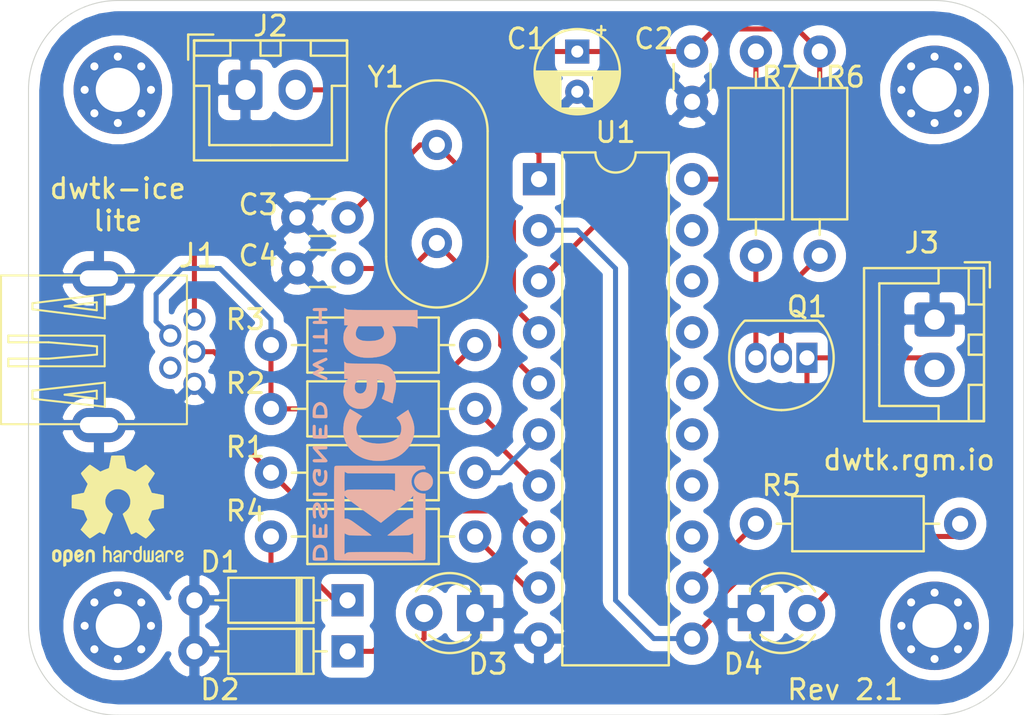
<source format=kicad_pcb>
(kicad_pcb (version 20171130) (host pcbnew 5.1.6)
  (title_block (title dwtk-ice-lite) (date 2020-10-10) (rev 2.1) (company dwtk.rgm.io) (comment 4 "Designed by: Rafael G. Martins"))
  (layers (0 F.Cu signal) (31 B.Cu signal) (35 F.Paste user) (36 B.SilkS user) (37 F.SilkS user) (38 B.Mask user) (39 F.Mask user) (44 Edge.Cuts user))
  (net 0 "")
  (net 1 "Net-(C1-Pad1)")
  (net 2 GND)
  (net 3 "Net-(C3-Pad1)")
  (net 4 "Net-(C4-Pad1)")
  (net 5 "Net-(D1-Pad1)")
  (net 6 "Net-(D2-Pad1)")
  (net 7 "Net-(D3-Pad2)")
  (net 8 "Net-(D4-Pad2)")
  (net 9 "Net-(J2-Pad2)")
  (net 10 "Net-(J3-Pad2)")
  (net 11 "Net-(Q1-Pad2)")
  (net 12 "Net-(Q1-Pad3)")
  (net 13 "Net-(R1-Pad2)")
  (net 14 "Net-(R2-Pad2)")
  (net 15 "Net-(R3-Pad2)")
  (net 16 "Net-(R4-Pad1)")
  (net 17 "Net-(R5-Pad1)")
  (net 18 "Net-(R7-Pad2)")
  (net 19 "Net-(U1-Pad13)")
  (net 20 "Net-(U1-Pad14)")
  (net 21 "Net-(U1-Pad15)")
  (net 22 "Net-(U1-Pad16)")
  (net 23 "Net-(U1-Pad17)")
  (net 24 "Net-(U1-Pad18)")
  (net 25 "Net-(U1-Pad19)")
  (net 26 "Net-(J1-Pad4)")
  (module Symbol:KiCad-Logo2_5mm_SilkScreen (layer B.Cu) (at 177.165 42.545 90)
    (fp_text reference REF** hide)
    (fp_text value KiCad-Logo2_5mm_SilkScreen hide)
  )
  (module Resistor_THT:R_Axial_DIN0207_L6.3mm_D2.5mm_P10.16mm_Horizontal (layer F.Cu) (at 182.245 47.625 180)
    (fp_text reference R4 (at 11.43 1.27) (layer F.SilkS))
    (fp_text value 1k5)
    (pad 2 thru_hole oval (at 10.16 0 180) (size 1.6 1.6) (drill 0.8) (layers *.Cu *.Mask) (net 7 "Net-(D3-Pad2)"))
    (pad 1 thru_hole circle (at 0 0 180) (size 1.6 1.6) (drill 0.8) (layers *.Cu *.Mask) (net 16 "Net-(R4-Pad1)"))
  )
  (module custom-footprints:RND_205-00862 (layer F.Cu) (at 168.275 36.83 270)
    (fp_text reference J1 (at -3.175 -1.27) (layer F.SilkS) (effects (font (size 1.143 1.143) (thickness 0.152)) (justify right)))
    (fp_text value "USB B Mini Female" hide)
    (pad 6 thru_hole oval (at 5.25 4.75 180) (size 2.7 1.7) (drill oval 1.9 0.8) (layers *.Cu *.Mask) (net 2 GND))
    (pad 6 thru_hole oval (at -2.05 4.75 180) (size 2.7 1.7) (drill oval 1.9 0.8) (layers *.Cu *.Mask) (net 2 GND))
    (pad 5 thru_hole circle (at 3.2 0 180) (size 1.1 1.1) (drill 0.7) (layers *.Cu *.Mask) (net 2 GND))
    (pad 4 thru_hole circle (at 2.4 1.2 180) (size 1.1 1.1) (drill 0.7) (layers *.Cu *.Mask) (net 26 "Net-(J1-Pad4)"))
    (pad 3 thru_hole circle (at 1.6 0 180) (size 1.1 1.1) (drill 0.7) (layers *.Cu *.Mask) (net 5 "Net-(D1-Pad1)"))
    (pad 2 thru_hole circle (at 0.8 1.2 180) (size 1.1 1.1) (drill 0.7) (layers *.Cu *.Mask) (net 6 "Net-(D2-Pad1)"))
    (pad 1 thru_hole circle (at 0 0 180) (size 1.1 1.1) (drill 0.7) (layers *.Cu *.Mask) (net 1 "Net-(C1-Pad1)"))
  )
  (module Symbol:OSHW-Logo2_7.3x6mm_SilkScreen (layer F.Cu) (at 164.465 46.355)
    (fp_text reference REF** hide)
    (fp_text value OSHW-Logo2_7.3x6mm_SilkScreen hide)
  )
  (module MountingHole:MountingHole_2.2mm_M2_Pad_Via (layer F.Cu) (at 205.105 25.4)
    (fp_text reference REF** hide)
    (fp_text value MountingHole_2.2mm_M2_Pad_Via)
    (pad 1 thru_hole circle (at 0 0) (size 4.4 4.4) (drill 2.2) (layers *.Cu *.Mask))
    (pad 1 thru_hole circle (at 1.65 0) (size 0.7 0.7) (drill 0.4) (layers *.Cu *.Mask))
    (pad 1 thru_hole circle (at 1.166726 1.166726) (size 0.7 0.7) (drill 0.4) (layers *.Cu *.Mask))
    (pad 1 thru_hole circle (at 0 1.65) (size 0.7 0.7) (drill 0.4) (layers *.Cu *.Mask))
    (pad 1 thru_hole circle (at -1.166726 1.166726) (size 0.7 0.7) (drill 0.4) (layers *.Cu *.Mask))
    (pad 1 thru_hole circle (at -1.65 0) (size 0.7 0.7) (drill 0.4) (layers *.Cu *.Mask))
    (pad 1 thru_hole circle (at -1.166726 -1.166726) (size 0.7 0.7) (drill 0.4) (layers *.Cu *.Mask))
    (pad 1 thru_hole circle (at 0 -1.65) (size 0.7 0.7) (drill 0.4) (layers *.Cu *.Mask))
    (pad 1 thru_hole circle (at 1.166726 -1.166726) (size 0.7 0.7) (drill 0.4) (layers *.Cu *.Mask))
  )
  (module MountingHole:MountingHole_2.2mm_M2_Pad_Via (layer F.Cu) (at 205.105 52.07)
    (fp_text reference REF** hide)
    (fp_text value MountingHole_2.2mm_M2_Pad_Via)
    (pad 1 thru_hole circle (at 1.166726 -1.166726) (size 0.7 0.7) (drill 0.4) (layers *.Cu *.Mask))
    (pad 1 thru_hole circle (at 0 -1.65) (size 0.7 0.7) (drill 0.4) (layers *.Cu *.Mask))
    (pad 1 thru_hole circle (at -1.166726 -1.166726) (size 0.7 0.7) (drill 0.4) (layers *.Cu *.Mask))
    (pad 1 thru_hole circle (at -1.65 0) (size 0.7 0.7) (drill 0.4) (layers *.Cu *.Mask))
    (pad 1 thru_hole circle (at -1.166726 1.166726) (size 0.7 0.7) (drill 0.4) (layers *.Cu *.Mask))
    (pad 1 thru_hole circle (at 0 1.65) (size 0.7 0.7) (drill 0.4) (layers *.Cu *.Mask))
    (pad 1 thru_hole circle (at 1.166726 1.166726) (size 0.7 0.7) (drill 0.4) (layers *.Cu *.Mask))
    (pad 1 thru_hole circle (at 1.65 0) (size 0.7 0.7) (drill 0.4) (layers *.Cu *.Mask))
    (pad 1 thru_hole circle (at 0 0) (size 4.4 4.4) (drill 2.2) (layers *.Cu *.Mask))
  )
  (module MountingHole:MountingHole_2.2mm_M2_Pad_Via (layer F.Cu) (at 164.465 52.07)
    (fp_text reference REF** hide)
    (fp_text value MountingHole_2.2mm_M2_Pad_Via)
    (pad 1 thru_hole circle (at 0 0) (size 4.4 4.4) (drill 2.2) (layers *.Cu *.Mask))
    (pad 1 thru_hole circle (at 1.65 0) (size 0.7 0.7) (drill 0.4) (layers *.Cu *.Mask))
    (pad 1 thru_hole circle (at 1.166726 1.166726) (size 0.7 0.7) (drill 0.4) (layers *.Cu *.Mask))
    (pad 1 thru_hole circle (at 0 1.65) (size 0.7 0.7) (drill 0.4) (layers *.Cu *.Mask))
    (pad 1 thru_hole circle (at -1.166726 1.166726) (size 0.7 0.7) (drill 0.4) (layers *.Cu *.Mask))
    (pad 1 thru_hole circle (at -1.65 0) (size 0.7 0.7) (drill 0.4) (layers *.Cu *.Mask))
    (pad 1 thru_hole circle (at -1.166726 -1.166726) (size 0.7 0.7) (drill 0.4) (layers *.Cu *.Mask))
    (pad 1 thru_hole circle (at 0 -1.65) (size 0.7 0.7) (drill 0.4) (layers *.Cu *.Mask))
    (pad 1 thru_hole circle (at 1.166726 -1.166726) (size 0.7 0.7) (drill 0.4) (layers *.Cu *.Mask))
  )
  (module MountingHole:MountingHole_2.2mm_M2_Pad_Via (layer F.Cu) (at 164.465 25.4)
    (fp_text reference REF** hide)
    (fp_text value MountingHole_2.2mm_M2_Pad_Via)
    (pad 1 thru_hole circle (at 1.166726 -1.166726) (size 0.7 0.7) (drill 0.4) (layers *.Cu *.Mask))
    (pad 1 thru_hole circle (at 0 -1.65) (size 0.7 0.7) (drill 0.4) (layers *.Cu *.Mask))
    (pad 1 thru_hole circle (at -1.166726 -1.166726) (size 0.7 0.7) (drill 0.4) (layers *.Cu *.Mask))
    (pad 1 thru_hole circle (at -1.65 0) (size 0.7 0.7) (drill 0.4) (layers *.Cu *.Mask))
    (pad 1 thru_hole circle (at -1.166726 1.166726) (size 0.7 0.7) (drill 0.4) (layers *.Cu *.Mask))
    (pad 1 thru_hole circle (at 0 1.65) (size 0.7 0.7) (drill 0.4) (layers *.Cu *.Mask))
    (pad 1 thru_hole circle (at 1.166726 1.166726) (size 0.7 0.7) (drill 0.4) (layers *.Cu *.Mask))
    (pad 1 thru_hole circle (at 1.65 0) (size 0.7 0.7) (drill 0.4) (layers *.Cu *.Mask))
    (pad 1 thru_hole circle (at 0 0) (size 4.4 4.4) (drill 2.2) (layers *.Cu *.Mask))
  )
  (module Resistor_THT:R_Axial_DIN0207_L6.3mm_D2.5mm_P10.16mm_Horizontal (layer F.Cu) (at 172.085 41.275)
    (fp_text reference R2 (at -1.27 -1.27) (layer F.SilkS))
    (fp_text value 68)
    (pad 2 thru_hole oval (at 10.16 0) (size 1.6 1.6) (drill 0.8) (layers *.Cu *.Mask) (net 14 "Net-(R2-Pad2)"))
    (pad 1 thru_hole circle (at 0 0) (size 1.6 1.6) (drill 0.8) (layers *.Cu *.Mask) (net 6 "Net-(D2-Pad1)"))
  )
  (module Capacitor_THT:CP_Radial_D4.0mm_P2.00mm (layer F.Cu) (at 187.325 23.495 270)
    (fp_text reference C1 (at -0.635 2.54 180) (layer F.SilkS))
    (fp_text value 10u/35V)
    (pad 1 thru_hole rect (at 0 0 270) (size 1.2 1.2) (drill 0.6) (layers *.Cu *.Mask) (net 1 "Net-(C1-Pad1)"))
    (pad 2 thru_hole circle (at 2 0 270) (size 1.2 1.2) (drill 0.6) (layers *.Cu *.Mask) (net 2 GND))
  )
  (module Capacitor_THT:C_Disc_D3.0mm_W1.6mm_P2.50mm (layer F.Cu) (at 193.04 23.495 270)
    (fp_text reference C2 (at -0.635 1.905 180) (layer F.SilkS))
    (fp_text value 100n)
    (pad 1 thru_hole circle (at 0 0 270) (size 1.6 1.6) (drill 0.8) (layers *.Cu *.Mask) (net 1 "Net-(C1-Pad1)"))
    (pad 2 thru_hole circle (at 2.5 0 270) (size 1.6 1.6) (drill 0.8) (layers *.Cu *.Mask) (net 2 GND))
  )
  (module Capacitor_THT:C_Disc_D3.0mm_W1.6mm_P2.50mm (layer F.Cu) (at 175.895 31.75 180)
    (fp_text reference C3 (at 4.445 0.635) (layer F.SilkS))
    (fp_text value 22p)
    (pad 2 thru_hole circle (at 2.5 0 180) (size 1.6 1.6) (drill 0.8) (layers *.Cu *.Mask) (net 2 GND))
    (pad 1 thru_hole circle (at 0 0 180) (size 1.6 1.6) (drill 0.8) (layers *.Cu *.Mask) (net 3 "Net-(C3-Pad1)"))
  )
  (module Capacitor_THT:C_Disc_D3.0mm_W1.6mm_P2.50mm (layer F.Cu) (at 175.895 34.29 180)
    (fp_text reference C4 (at 4.445 0.635) (layer F.SilkS))
    (fp_text value 22p)
    (pad 1 thru_hole circle (at 0 0 180) (size 1.6 1.6) (drill 0.8) (layers *.Cu *.Mask) (net 4 "Net-(C4-Pad1)"))
    (pad 2 thru_hole circle (at 2.5 0 180) (size 1.6 1.6) (drill 0.8) (layers *.Cu *.Mask) (net 2 GND))
  )
  (module Diode_THT:D_DO-35_SOD27_P7.62mm_Horizontal (layer F.Cu) (at 175.895 50.8 180)
    (fp_text reference D1 (at 6.35 1.905) (layer F.SilkS))
    (fp_text value 3,6)
    (pad 2 thru_hole oval (at 7.62 0 180) (size 1.6 1.6) (drill 0.8) (layers *.Cu *.Mask) (net 2 GND))
    (pad 1 thru_hole rect (at 0 0 180) (size 1.6 1.6) (drill 0.8) (layers *.Cu *.Mask) (net 5 "Net-(D1-Pad1)"))
  )
  (module Diode_THT:D_DO-35_SOD27_P7.62mm_Horizontal (layer F.Cu) (at 175.895 53.34 180)
    (fp_text reference D2 (at 6.35 -1.905) (layer F.SilkS))
    (fp_text value 3,6)
    (pad 1 thru_hole rect (at 0 0 180) (size 1.6 1.6) (drill 0.8) (layers *.Cu *.Mask) (net 6 "Net-(D2-Pad1)"))
    (pad 2 thru_hole oval (at 7.62 0 180) (size 1.6 1.6) (drill 0.8) (layers *.Cu *.Mask) (net 2 GND))
  )
  (module LED_THT:LED_D3.0mm (layer F.Cu) (at 182.245 51.435 180)
    (fp_text reference D3 (at -0.635 -2.54) (layer F.SilkS))
    (fp_text value Red)
    (pad 2 thru_hole circle (at 2.54 0 180) (size 1.8 1.8) (drill 0.9) (layers *.Cu *.Mask) (net 7 "Net-(D3-Pad2)"))
    (pad 1 thru_hole rect (at 0 0 180) (size 1.8 1.8) (drill 0.9) (layers *.Cu *.Mask) (net 2 GND))
  )
  (module LED_THT:LED_D3.0mm (layer F.Cu) (at 196.215 51.435)
    (fp_text reference D4 (at -0.635 2.54) (layer F.SilkS))
    (fp_text value Green)
    (pad 1 thru_hole rect (at 0 0) (size 1.8 1.8) (drill 0.9) (layers *.Cu *.Mask) (net 2 GND))
    (pad 2 thru_hole circle (at 2.54 0) (size 1.8 1.8) (drill 0.9) (layers *.Cu *.Mask) (net 8 "Net-(D4-Pad2)"))
  )
  (module Connector_JST:JST_XH_B2B-XH-A_1x02_P2.50mm_Vertical (layer F.Cu) (at 170.815 25.4)
    (fp_text reference J2 (at 1.25 -3.175) (layer F.SilkS))
    (fp_text value "JST XH2P Female")
    (pad 1 thru_hole roundrect (at 0 0) (size 1.7 2) (drill 1) (layers *.Cu *.Mask) (roundrect_rratio 0.147059) (net 2 GND))
    (pad 2 thru_hole oval (at 2.5 0) (size 1.7 2) (drill 1) (layers *.Cu *.Mask) (net 9 "Net-(J2-Pad2)"))
  )
  (module Connector_JST:JST_XH_B2B-XH-A_1x02_P2.50mm_Vertical (layer F.Cu) (at 205.105 36.83 270)
    (fp_text reference J3 (at -3.81 0.635 180) (layer F.SilkS))
    (fp_text value "JST XH2P Female")
    (pad 2 thru_hole oval (at 2.5 0 270) (size 1.7 2) (drill 1) (layers *.Cu *.Mask) (net 10 "Net-(J3-Pad2)"))
    (pad 1 thru_hole roundrect (at 0 0 270) (size 1.7 2) (drill 1) (layers *.Cu *.Mask) (roundrect_rratio 0.147059) (net 2 GND))
  )
  (module Package_TO_SOT_THT:TO-92_Inline (layer F.Cu) (at 198.755 38.735 180)
    (fp_text reference Q1 (at 0 2.54) (layer F.SilkS))
    (fp_text value BC548)
    (pad 2 thru_hole oval (at 1.27 0 180) (size 1.05 1.5) (drill 0.75) (layers *.Cu *.Mask) (net 11 "Net-(Q1-Pad2)"))
    (pad 3 thru_hole oval (at 2.54 0 180) (size 1.05 1.5) (drill 0.75) (layers *.Cu *.Mask) (net 12 "Net-(Q1-Pad3)"))
    (pad 1 thru_hole rect (at 0 0 180) (size 1.05 1.5) (drill 0.75) (layers *.Cu *.Mask) (net 10 "Net-(J3-Pad2)"))
  )
  (module Resistor_THT:R_Axial_DIN0207_L6.3mm_D2.5mm_P10.16mm_Horizontal (layer F.Cu) (at 172.085 44.45)
    (fp_text reference R1 (at -1.27 -1.27) (layer F.SilkS))
    (fp_text value 68)
    (pad 1 thru_hole circle (at 0 0) (size 1.6 1.6) (drill 0.8) (layers *.Cu *.Mask) (net 5 "Net-(D1-Pad1)"))
    (pad 2 thru_hole oval (at 10.16 0) (size 1.6 1.6) (drill 0.8) (layers *.Cu *.Mask) (net 13 "Net-(R1-Pad2)"))
  )
  (module Resistor_THT:R_Axial_DIN0207_L6.3mm_D2.5mm_P10.16mm_Horizontal (layer F.Cu) (at 172.085 38.1)
    (fp_text reference R3 (at -1.27 -1.27) (layer F.SilkS))
    (fp_text value 2k2)
    (pad 2 thru_hole oval (at 10.16 0) (size 1.6 1.6) (drill 0.8) (layers *.Cu *.Mask) (net 15 "Net-(R3-Pad2)"))
    (pad 1 thru_hole circle (at 0 0) (size 1.6 1.6) (drill 0.8) (layers *.Cu *.Mask) (net 6 "Net-(D2-Pad1)"))
  )
  (module Resistor_THT:R_Axial_DIN0207_L6.3mm_D2.5mm_P10.16mm_Horizontal (layer F.Cu) (at 196.215 46.99)
    (fp_text reference R5 (at 1.27 -1.905) (layer F.SilkS))
    (fp_text value 1k5)
    (pad 1 thru_hole circle (at 0 0) (size 1.6 1.6) (drill 0.8) (layers *.Cu *.Mask) (net 17 "Net-(R5-Pad1)"))
    (pad 2 thru_hole oval (at 10.16 0) (size 1.6 1.6) (drill 0.8) (layers *.Cu *.Mask) (net 8 "Net-(D4-Pad2)"))
  )
  (module Resistor_THT:R_Axial_DIN0207_L6.3mm_D2.5mm_P10.16mm_Horizontal (layer F.Cu) (at 199.39 23.495 270)
    (fp_text reference R6 (at 1.27 -1.27 180) (layer F.SilkS))
    (fp_text value 22k)
    (pad 1 thru_hole circle (at 0 0 270) (size 1.6 1.6) (drill 0.8) (layers *.Cu *.Mask) (net 1 "Net-(C1-Pad1)"))
    (pad 2 thru_hole oval (at 10.16 0 270) (size 1.6 1.6) (drill 0.8) (layers *.Cu *.Mask) (net 11 "Net-(Q1-Pad2)"))
  )
  (module Resistor_THT:R_Axial_DIN0207_L6.3mm_D2.5mm_P10.16mm_Horizontal (layer F.Cu) (at 196.215 33.655 90)
    (fp_text reference R7 (at 8.89 1.27 180) (layer F.SilkS))
    (fp_text value 470)
    (pad 1 thru_hole circle (at 0 0 90) (size 1.6 1.6) (drill 0.8) (layers *.Cu *.Mask) (net 12 "Net-(Q1-Pad3)"))
    (pad 2 thru_hole oval (at 10.16 0 90) (size 1.6 1.6) (drill 0.8) (layers *.Cu *.Mask) (net 18 "Net-(R7-Pad2)"))
  )
  (module Package_DIP:DIP-20_W7.62mm (layer F.Cu) (at 185.42 29.845)
    (fp_text reference U1 (at 3.81 -2.33) (layer F.SilkS))
    (fp_text value ATtiny4313-PU)
    (pad 1 thru_hole rect (at 0 0) (size 1.6 1.6) (drill 0.8) (layers *.Cu *.Mask) (net 9 "Net-(J2-Pad2)"))
    (pad 11 thru_hole oval (at 7.62 22.86) (size 1.6 1.6) (drill 0.8) (layers *.Cu *.Mask) (net 10 "Net-(J3-Pad2)"))
    (pad 2 thru_hole oval (at 0 2.54) (size 1.6 1.6) (drill 0.8) (layers *.Cu *.Mask) (net 10 "Net-(J3-Pad2)"))
    (pad 12 thru_hole oval (at 7.62 20.32) (size 1.6 1.6) (drill 0.8) (layers *.Cu *.Mask) (net 17 "Net-(R5-Pad1)"))
    (pad 3 thru_hole oval (at 0 5.08) (size 1.6 1.6) (drill 0.8) (layers *.Cu *.Mask) (net 18 "Net-(R7-Pad2)"))
    (pad 13 thru_hole oval (at 7.62 17.78) (size 1.6 1.6) (drill 0.8) (layers *.Cu *.Mask) (net 19 "Net-(U1-Pad13)"))
    (pad 4 thru_hole oval (at 0 7.62) (size 1.6 1.6) (drill 0.8) (layers *.Cu *.Mask) (net 3 "Net-(C3-Pad1)"))
    (pad 14 thru_hole oval (at 7.62 15.24) (size 1.6 1.6) (drill 0.8) (layers *.Cu *.Mask) (net 20 "Net-(U1-Pad14)"))
    (pad 5 thru_hole oval (at 0 10.16) (size 1.6 1.6) (drill 0.8) (layers *.Cu *.Mask) (net 4 "Net-(C4-Pad1)"))
    (pad 15 thru_hole oval (at 7.62 12.7) (size 1.6 1.6) (drill 0.8) (layers *.Cu *.Mask) (net 21 "Net-(U1-Pad15)"))
    (pad 6 thru_hole oval (at 0 12.7) (size 1.6 1.6) (drill 0.8) (layers *.Cu *.Mask) (net 13 "Net-(R1-Pad2)"))
    (pad 16 thru_hole oval (at 7.62 10.16) (size 1.6 1.6) (drill 0.8) (layers *.Cu *.Mask) (net 22 "Net-(U1-Pad16)"))
    (pad 7 thru_hole oval (at 0 15.24) (size 1.6 1.6) (drill 0.8) (layers *.Cu *.Mask) (net 14 "Net-(R2-Pad2)"))
    (pad 17 thru_hole oval (at 7.62 7.62) (size 1.6 1.6) (drill 0.8) (layers *.Cu *.Mask) (net 23 "Net-(U1-Pad17)"))
    (pad 8 thru_hole oval (at 0 17.78) (size 1.6 1.6) (drill 0.8) (layers *.Cu *.Mask) (net 15 "Net-(R3-Pad2)"))
    (pad 18 thru_hole oval (at 7.62 5.08) (size 1.6 1.6) (drill 0.8) (layers *.Cu *.Mask) (net 24 "Net-(U1-Pad18)"))
    (pad 9 thru_hole oval (at 0 20.32) (size 1.6 1.6) (drill 0.8) (layers *.Cu *.Mask) (net 16 "Net-(R4-Pad1)"))
    (pad 19 thru_hole oval (at 7.62 2.54) (size 1.6 1.6) (drill 0.8) (layers *.Cu *.Mask) (net 25 "Net-(U1-Pad19)"))
    (pad 10 thru_hole oval (at 0 22.86) (size 1.6 1.6) (drill 0.8) (layers *.Cu *.Mask) (net 2 GND))
    (pad 20 thru_hole oval (at 7.62 0) (size 1.6 1.6) (drill 0.8) (layers *.Cu *.Mask) (net 1 "Net-(C1-Pad1)"))
  )
  (module Crystal:Crystal_HC49-U_Vertical (layer F.Cu) (at 180.34 33.02 90)
    (fp_text reference Y1 (at 8.255 -2.54 180) (layer F.SilkS))
    (fp_text value "20.0000 MHz")
    (pad 1 thru_hole circle (at 0 0 90) (size 1.5 1.5) (drill 0.8) (layers *.Cu *.Mask) (net 4 "Net-(C4-Pad1)"))
    (pad 2 thru_hole circle (at 4.88 0 90) (size 1.5 1.5) (drill 0.8) (layers *.Cu *.Mask) (net 3 "Net-(C3-Pad1)"))
  )
  (gr_line (start 205.105 56.515) (end 164.465 56.515) (layer Edge.Cuts) (width 0.05))
  (gr_line (start 209.55 25.4) (end 209.55 52.07) (layer Edge.Cuts) (width 0.05))
  (gr_line (start 164.465 20.955) (end 205.105 20.955) (layer Edge.Cuts) (width 0.05))
  (gr_arc (start 205.105 25.4) (end 209.55 25.4) (angle -90) (layer Edge.Cuts) (width 0.05))
  (gr_arc (start 205.105 52.07) (end 205.105 56.515) (angle -90) (layer Edge.Cuts) (width 0.05))
  (gr_line (start 160.02 52.07) (end 160.02 25.4) (layer Edge.Cuts) (width 0.05))
  (gr_arc (start 164.465 52.07) (end 160.02 52.07) (angle -90) (layer Edge.Cuts) (width 0.05))
  (gr_arc (start 164.465 25.4) (end 164.465 20.955) (angle -90) (layer Edge.Cuts) (width 0.05))
  (gr_text "Rev 2.1" (at 200.66 55.245) (layer F.SilkS) (effects (font (size 1 1))))
  (gr_text dwtk.rgm.io (at 203.835 43.815) (layer F.SilkS) (effects (font (size 1 1))))
  (gr_text "dwtk-ice\nlite" (at 164.465 31.115) (layer F.SilkS) (effects (font (size 1 1))))
  (segment (start 168.275 24.765) (end 168.275 36.83) (width 0.25) (layer F.Cu) (net 1))
  (segment (start 169.545 23.495) (end 168.275 24.765) (width 0.25) (layer F.Cu) (net 1))
  (segment (start 180.34 23.495) (end 169.545 23.495) (width 0.25) (layer F.Cu) (net 1))
  (segment (start 198.264999 22.369999) (end 199.39 23.495) (width 0.25) (layer F.Cu) (net 1))
  (segment (start 194.165001 22.369999) (end 198.264999 22.369999) (width 0.25) (layer F.Cu) (net 1))
  (segment (start 187.325 23.495) (end 180.34 23.495) (width 0.25) (layer F.Cu) (net 1))
  (segment (start 187.325 23.495) (end 193.04 23.495) (width 0.25) (layer F.Cu) (net 1))
  (segment (start 193.04 23.495) (end 194.165001 22.369999) (width 0.25) (layer F.Cu) (net 1))
  (segment (start 193.04 29.845) (end 194.945 29.845) (width 0.25) (layer F.Cu) (net 1))
  (segment (start 194.945 29.845) (end 199.39 25.4) (width 0.25) (layer F.Cu) (net 1))
  (segment (start 199.39 25.4) (end 199.39 23.495) (width 0.25) (layer F.Cu) (net 1))
  (segment (start 179.505 28.14) (end 180.34 28.14) (width 0.25) (layer F.Cu) (net 3))
  (segment (start 175.895 31.75) (end 179.505 28.14) (width 0.25) (layer F.Cu) (net 3))
  (segment (start 184.15 31.95) (end 180.34 28.14) (width 0.25) (layer F.Cu) (net 3))
  (segment (start 184.15 36.195) (end 184.15 31.95) (width 0.25) (layer F.Cu) (net 3))
  (segment (start 185.42 37.465) (end 184.15 36.195) (width 0.25) (layer F.Cu) (net 3))
  (segment (start 179.07 34.29) (end 180.34 33.02) (width 0.25) (layer F.Cu) (net 4))
  (segment (start 175.895 34.29) (end 179.07 34.29) (width 0.25) (layer F.Cu) (net 4))
  (segment (start 185.42 40.005) (end 183.515 38.1) (width 0.25) (layer F.Cu) (net 4))
  (segment (start 183.515 36.195) (end 180.34 33.02) (width 0.25) (layer F.Cu) (net 4))
  (segment (start 183.515 38.1) (end 183.515 36.195) (width 0.25) (layer F.Cu) (net 4))
  (segment (start 168.275 38.43) (end 169.24 38.43) (width 0.25) (layer F.Cu) (net 5))
  (segment (start 169.24 38.43) (end 170.18 39.37) (width 0.25) (layer F.Cu) (net 5))
  (segment (start 170.18 42.545) (end 172.085 44.45) (width 0.25) (layer F.Cu) (net 5))
  (segment (start 170.18 39.37) (end 170.18 42.545) (width 0.25) (layer F.Cu) (net 5))
  (segment (start 175.895 50.8) (end 175.26 50.8) (width 0.25) (layer F.Cu) (net 5))
  (segment (start 175.26 50.8) (end 173.99 49.53) (width 0.25) (layer F.Cu) (net 5))
  (segment (start 173.99 48.26) (end 173.99 46.355) (width 0.25) (layer F.Cu) (net 5))
  (segment (start 173.99 49.53) (end 173.99 48.26) (width 0.25) (layer F.Cu) (net 5))
  (segment (start 173.99 46.355) (end 172.085 44.45) (width 0.25) (layer F.Cu) (net 5))
  (segment (start 172.085 41.275) (end 172.085 38.1) (width 0.25) (layer F.Cu) (net 6))
  (segment (start 175.895 53.34) (end 177.165 53.34) (width 0.25) (layer F.Cu) (net 6))
  (segment (start 177.165 53.34) (end 177.8 52.705) (width 0.25) (layer F.Cu) (net 6))
  (segment (start 177.8 52.705) (end 177.8 49.53) (width 0.25) (layer F.Cu) (net 6))
  (segment (start 177.8 49.53) (end 175.26 46.99) (width 0.25) (layer F.Cu) (net 6))
  (segment (start 175.26 46.99) (end 175.26 42.545) (width 0.25) (layer F.Cu) (net 6))
  (segment (start 173.99 41.275) (end 172.085 41.275) (width 0.25) (layer F.Cu) (net 6))
  (segment (start 175.26 42.545) (end 173.99 41.275) (width 0.25) (layer F.Cu) (net 6))
  (segment (start 167.075 37.63) (end 166.37 36.925) (width 0.25) (layer B.Cu) (net 6))
  (segment (start 172.085 36.83) (end 172.085 38.1) (width 0.25) (layer B.Cu) (net 6))
  (segment (start 166.37 36.925) (end 166.37 35.56) (width 0.25) (layer B.Cu) (net 6))
  (segment (start 166.37 35.56) (end 167.64 34.29) (width 0.25) (layer B.Cu) (net 6))
  (segment (start 167.64 34.29) (end 169.545 34.29) (width 0.25) (layer B.Cu) (net 6))
  (segment (start 169.545 34.29) (end 172.085 36.83) (width 0.25) (layer B.Cu) (net 6))
  (segment (start 179.705 52.705) (end 179.705 51.435) (width 0.25) (layer F.Cu) (net 7))
  (segment (start 177.165 55.245) (end 179.705 52.705) (width 0.25) (layer F.Cu) (net 7))
  (segment (start 172.085 52.705) (end 174.625 55.245) (width 0.25) (layer F.Cu) (net 7))
  (segment (start 174.625 55.245) (end 177.165 55.245) (width 0.25) (layer F.Cu) (net 7))
  (segment (start 172.085 47.625) (end 172.085 52.705) (width 0.25) (layer F.Cu) (net 7))
  (segment (start 198.755 51.435) (end 202.565 47.625) (width 0.25) (layer F.Cu) (net 8))
  (segment (start 202.565 47.625) (end 206.375 47.625) (width 0.25) (layer F.Cu) (net 8))
  (segment (start 173.315 25.4) (end 180.34 25.4) (width 0.25) (layer F.Cu) (net 9))
  (segment (start 185.42 29.845) (end 185.42 28.575) (width 0.25) (layer F.Cu) (net 9))
  (segment (start 182.245 25.4) (end 180.34 25.4) (width 0.25) (layer F.Cu) (net 9))
  (segment (start 185.42 28.575) (end 182.245 25.4) (width 0.25) (layer F.Cu) (net 9))
  (segment (start 185.42 32.385) (end 187.325 32.385) (width 0.25) (layer B.Cu) (net 10))
  (segment (start 187.325 32.385) (end 189.23 34.29) (width 0.25) (layer B.Cu) (net 10))
  (segment (start 189.23 34.29) (end 189.23 50.8) (width 0.25) (layer B.Cu) (net 10))
  (segment (start 191.135 52.705) (end 193.04 52.705) (width 0.25) (layer B.Cu) (net 10))
  (segment (start 189.23 50.8) (end 191.135 52.705) (width 0.25) (layer B.Cu) (net 10))
  (segment (start 204.51 38.735) (end 205.105 39.33) (width 0.25) (layer F.Cu) (net 10))
  (segment (start 198.755 38.735) (end 204.51 38.735) (width 0.25) (layer F.Cu) (net 10))
  (segment (start 198.755 48.26) (end 198.755 38.735) (width 0.25) (layer F.Cu) (net 10))
  (segment (start 196.215 48.895) (end 198.12 48.895) (width 0.25) (layer F.Cu) (net 10))
  (segment (start 194.31 50.8) (end 196.215 48.895) (width 0.25) (layer F.Cu) (net 10))
  (segment (start 194.31 51.435) (end 194.31 50.8) (width 0.25) (layer F.Cu) (net 10))
  (segment (start 198.12 48.895) (end 198.755 48.26) (width 0.25) (layer F.Cu) (net 10))
  (segment (start 193.04 52.705) (end 194.31 51.435) (width 0.25) (layer F.Cu) (net 10))
  (segment (start 197.485 35.56) (end 199.39 33.655) (width 0.25) (layer F.Cu) (net 11))
  (segment (start 197.485 38.735) (end 197.485 35.56) (width 0.25) (layer F.Cu) (net 11))
  (segment (start 196.215 33.655) (end 196.215 38.735) (width 0.25) (layer F.Cu) (net 12))
  (segment (start 183.515 44.45) (end 185.42 42.545) (width 0.25) (layer B.Cu) (net 13))
  (segment (start 182.245 44.45) (end 183.515 44.45) (width 0.25) (layer B.Cu) (net 13))
  (segment (start 182.245 41.275) (end 183.515 42.545) (width 0.25) (layer F.Cu) (net 14))
  (segment (start 183.515 42.545) (end 183.515 43.18) (width 0.25) (layer F.Cu) (net 14))
  (segment (start 183.515 43.18) (end 185.42 45.085) (width 0.25) (layer F.Cu) (net 14))
  (segment (start 181.61 46.355) (end 183.515 46.355) (width 0.25) (layer F.Cu) (net 15))
  (segment (start 179.705 44.45) (end 181.61 46.355) (width 0.25) (layer F.Cu) (net 15))
  (segment (start 179.705 40.64) (end 179.705 44.45) (width 0.25) (layer F.Cu) (net 15))
  (segment (start 182.245 38.1) (end 179.705 40.64) (width 0.25) (layer F.Cu) (net 15))
  (segment (start 185.42 47.625) (end 184.15 46.355) (width 0.25) (layer F.Cu) (net 15))
  (segment (start 184.15 46.355) (end 183.515 46.355) (width 0.25) (layer F.Cu) (net 15))
  (segment (start 184.785 50.165) (end 185.42 50.165) (width 0.25) (layer F.Cu) (net 16))
  (segment (start 182.245 47.625) (end 184.785 50.165) (width 0.25) (layer F.Cu) (net 16))
  (segment (start 193.04 50.165) (end 196.215 46.99) (width 0.25) (layer F.Cu) (net 17))
  (segment (start 192.405 27.94) (end 185.42 34.925) (width 0.25) (layer F.Cu) (net 18))
  (segment (start 194.31 27.94) (end 192.405 27.94) (width 0.25) (layer F.Cu) (net 18))
  (segment (start 196.215 26.035) (end 194.31 27.94) (width 0.25) (layer F.Cu) (net 18))
  (segment (start 196.215 23.495) (end 196.215 26.035) (width 0.25) (layer F.Cu) (net 18))
  (zone (net 2) (net_name GND) (layer B.Cu) (connect_pads (clearance 0.508)) (min_thickness 0.254) (fill yes (arc_segments 32) (thermal_gap 0.508) (thermal_bridge_width 0.508))
    (polygon (pts (xy 209.55 56.515) (xy 160.02 56.515) (xy 160.02 20.955) (xy 209.55 20.955)))
  )
)
</source>
